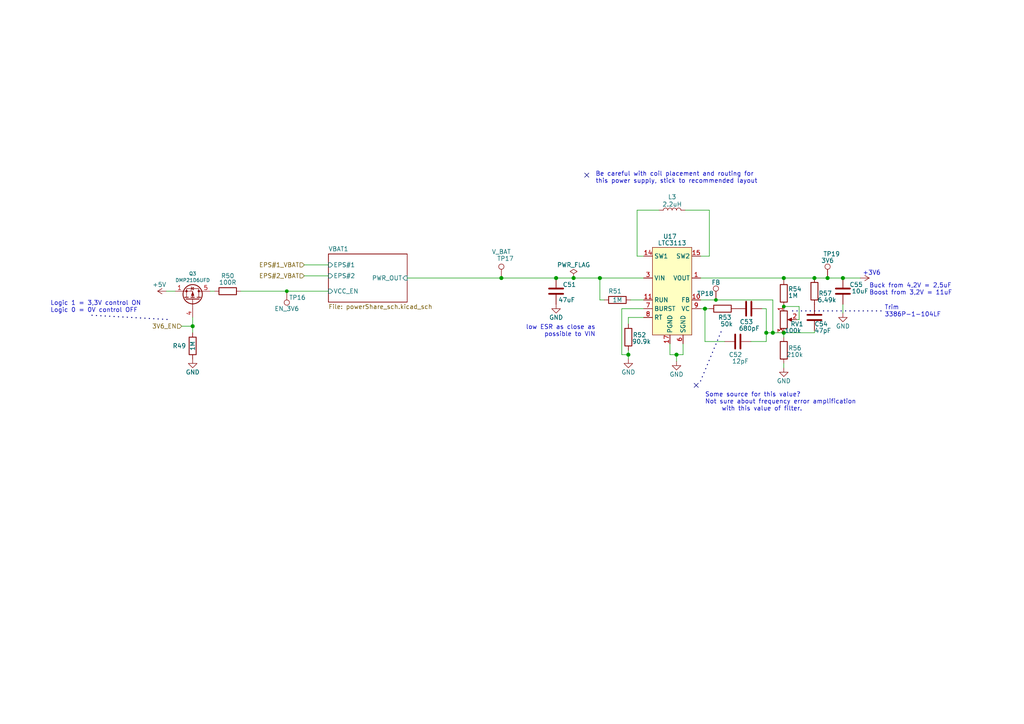
<source format=kicad_sch>
(kicad_sch (version 20211123) (generator eeschema)

  (uuid 93bc236d-3455-443f-8726-2037a6755e8b)

  (paper "A4")

  (lib_symbols
    (symbol "Connector:TestPoint" (pin_numbers hide) (pin_names (offset 0.762) hide) (in_bom yes) (on_board yes)
      (property "Reference" "TP" (id 0) (at 0 6.858 0)
        (effects (font (size 1.27 1.27)))
      )
      (property "Value" "TestPoint" (id 1) (at 0 5.08 0)
        (effects (font (size 1.27 1.27)))
      )
      (property "Footprint" "" (id 2) (at 5.08 0 0)
        (effects (font (size 1.27 1.27)) hide)
      )
      (property "Datasheet" "~" (id 3) (at 5.08 0 0)
        (effects (font (size 1.27 1.27)) hide)
      )
      (property "ki_keywords" "test point tp" (id 4) (at 0 0 0)
        (effects (font (size 1.27 1.27)) hide)
      )
      (property "ki_description" "test point" (id 5) (at 0 0 0)
        (effects (font (size 1.27 1.27)) hide)
      )
      (property "ki_fp_filters" "Pin* Test*" (id 6) (at 0 0 0)
        (effects (font (size 1.27 1.27)) hide)
      )
      (symbol "TestPoint_0_1"
        (circle (center 0 3.302) (radius 0.762)
          (stroke (width 0) (type default) (color 0 0 0 0))
          (fill (type none))
        )
      )
      (symbol "TestPoint_1_1"
        (pin passive line (at 0 0 90) (length 2.54)
          (name "1" (effects (font (size 1.27 1.27))))
          (number "1" (effects (font (size 1.27 1.27))))
        )
      )
    )
    (symbol "Device:C" (pin_numbers hide) (pin_names (offset 0.254)) (in_bom yes) (on_board yes)
      (property "Reference" "C" (id 0) (at 0.635 2.54 0)
        (effects (font (size 1.27 1.27)) (justify left))
      )
      (property "Value" "C" (id 1) (at 0.635 -2.54 0)
        (effects (font (size 1.27 1.27)) (justify left))
      )
      (property "Footprint" "" (id 2) (at 0.9652 -3.81 0)
        (effects (font (size 1.27 1.27)) hide)
      )
      (property "Datasheet" "~" (id 3) (at 0 0 0)
        (effects (font (size 1.27 1.27)) hide)
      )
      (property "ki_keywords" "cap capacitor" (id 4) (at 0 0 0)
        (effects (font (size 1.27 1.27)) hide)
      )
      (property "ki_description" "Unpolarized capacitor" (id 5) (at 0 0 0)
        (effects (font (size 1.27 1.27)) hide)
      )
      (property "ki_fp_filters" "C_*" (id 6) (at 0 0 0)
        (effects (font (size 1.27 1.27)) hide)
      )
      (symbol "C_0_1"
        (polyline
          (pts
            (xy -2.032 -0.762)
            (xy 2.032 -0.762)
          )
          (stroke (width 0.508) (type default) (color 0 0 0 0))
          (fill (type none))
        )
        (polyline
          (pts
            (xy -2.032 0.762)
            (xy 2.032 0.762)
          )
          (stroke (width 0.508) (type default) (color 0 0 0 0))
          (fill (type none))
        )
      )
      (symbol "C_1_1"
        (pin passive line (at 0 3.81 270) (length 2.794)
          (name "~" (effects (font (size 1.27 1.27))))
          (number "1" (effects (font (size 1.27 1.27))))
        )
        (pin passive line (at 0 -3.81 90) (length 2.794)
          (name "~" (effects (font (size 1.27 1.27))))
          (number "2" (effects (font (size 1.27 1.27))))
        )
      )
    )
    (symbol "Device:L" (pin_numbers hide) (pin_names (offset 1.016) hide) (in_bom yes) (on_board yes)
      (property "Reference" "L" (id 0) (at -1.27 0 90)
        (effects (font (size 1.27 1.27)))
      )
      (property "Value" "L" (id 1) (at 1.905 0 90)
        (effects (font (size 1.27 1.27)))
      )
      (property "Footprint" "" (id 2) (at 0 0 0)
        (effects (font (size 1.27 1.27)) hide)
      )
      (property "Datasheet" "~" (id 3) (at 0 0 0)
        (effects (font (size 1.27 1.27)) hide)
      )
      (property "ki_keywords" "inductor choke coil reactor magnetic" (id 4) (at 0 0 0)
        (effects (font (size 1.27 1.27)) hide)
      )
      (property "ki_description" "Inductor" (id 5) (at 0 0 0)
        (effects (font (size 1.27 1.27)) hide)
      )
      (property "ki_fp_filters" "Choke_* *Coil* Inductor_* L_*" (id 6) (at 0 0 0)
        (effects (font (size 1.27 1.27)) hide)
      )
      (symbol "L_0_1"
        (arc (start 0 -2.54) (mid 0.635 -1.905) (end 0 -1.27)
          (stroke (width 0) (type default) (color 0 0 0 0))
          (fill (type none))
        )
        (arc (start 0 -1.27) (mid 0.635 -0.635) (end 0 0)
          (stroke (width 0) (type default) (color 0 0 0 0))
          (fill (type none))
        )
        (arc (start 0 0) (mid 0.635 0.635) (end 0 1.27)
          (stroke (width 0) (type default) (color 0 0 0 0))
          (fill (type none))
        )
        (arc (start 0 1.27) (mid 0.635 1.905) (end 0 2.54)
          (stroke (width 0) (type default) (color 0 0 0 0))
          (fill (type none))
        )
      )
      (symbol "L_1_1"
        (pin passive line (at 0 3.81 270) (length 1.27)
          (name "1" (effects (font (size 1.27 1.27))))
          (number "1" (effects (font (size 1.27 1.27))))
        )
        (pin passive line (at 0 -3.81 90) (length 1.27)
          (name "2" (effects (font (size 1.27 1.27))))
          (number "2" (effects (font (size 1.27 1.27))))
        )
      )
    )
    (symbol "Device:R" (pin_numbers hide) (pin_names (offset 0)) (in_bom yes) (on_board yes)
      (property "Reference" "R" (id 0) (at 2.032 0 90)
        (effects (font (size 1.27 1.27)))
      )
      (property "Value" "R" (id 1) (at 0 0 90)
        (effects (font (size 1.27 1.27)))
      )
      (property "Footprint" "" (id 2) (at -1.778 0 90)
        (effects (font (size 1.27 1.27)) hide)
      )
      (property "Datasheet" "~" (id 3) (at 0 0 0)
        (effects (font (size 1.27 1.27)) hide)
      )
      (property "ki_keywords" "R res resistor" (id 4) (at 0 0 0)
        (effects (font (size 1.27 1.27)) hide)
      )
      (property "ki_description" "Resistor" (id 5) (at 0 0 0)
        (effects (font (size 1.27 1.27)) hide)
      )
      (property "ki_fp_filters" "R_*" (id 6) (at 0 0 0)
        (effects (font (size 1.27 1.27)) hide)
      )
      (symbol "R_0_1"
        (rectangle (start -1.016 -2.54) (end 1.016 2.54)
          (stroke (width 0.254) (type default) (color 0 0 0 0))
          (fill (type none))
        )
      )
      (symbol "R_1_1"
        (pin passive line (at 0 3.81 270) (length 1.27)
          (name "~" (effects (font (size 1.27 1.27))))
          (number "1" (effects (font (size 1.27 1.27))))
        )
        (pin passive line (at 0 -3.81 90) (length 1.27)
          (name "~" (effects (font (size 1.27 1.27))))
          (number "2" (effects (font (size 1.27 1.27))))
        )
      )
    )
    (symbol "Device:R_Potentiometer" (pin_names (offset 1.016) hide) (in_bom yes) (on_board yes)
      (property "Reference" "RV" (id 0) (at -4.445 0 90)
        (effects (font (size 1.27 1.27)))
      )
      (property "Value" "R_Potentiometer" (id 1) (at -2.54 0 90)
        (effects (font (size 1.27 1.27)))
      )
      (property "Footprint" "" (id 2) (at 0 0 0)
        (effects (font (size 1.27 1.27)) hide)
      )
      (property "Datasheet" "~" (id 3) (at 0 0 0)
        (effects (font (size 1.27 1.27)) hide)
      )
      (property "ki_keywords" "resistor variable" (id 4) (at 0 0 0)
        (effects (font (size 1.27 1.27)) hide)
      )
      (property "ki_description" "Potentiometer" (id 5) (at 0 0 0)
        (effects (font (size 1.27 1.27)) hide)
      )
      (property "ki_fp_filters" "Potentiometer*" (id 6) (at 0 0 0)
        (effects (font (size 1.27 1.27)) hide)
      )
      (symbol "R_Potentiometer_0_1"
        (polyline
          (pts
            (xy 2.54 0)
            (xy 1.524 0)
          )
          (stroke (width 0) (type default) (color 0 0 0 0))
          (fill (type none))
        )
        (polyline
          (pts
            (xy 1.143 0)
            (xy 2.286 0.508)
            (xy 2.286 -0.508)
            (xy 1.143 0)
          )
          (stroke (width 0) (type default) (color 0 0 0 0))
          (fill (type outline))
        )
        (rectangle (start 1.016 2.54) (end -1.016 -2.54)
          (stroke (width 0.254) (type default) (color 0 0 0 0))
          (fill (type none))
        )
      )
      (symbol "R_Potentiometer_1_1"
        (pin passive line (at 0 3.81 270) (length 1.27)
          (name "1" (effects (font (size 1.27 1.27))))
          (number "1" (effects (font (size 1.27 1.27))))
        )
        (pin passive line (at 3.81 0 180) (length 1.27)
          (name "2" (effects (font (size 1.27 1.27))))
          (number "2" (effects (font (size 1.27 1.27))))
        )
        (pin passive line (at 0 -3.81 90) (length 1.27)
          (name "3" (effects (font (size 1.27 1.27))))
          (number "3" (effects (font (size 1.27 1.27))))
        )
      )
    )
    (symbol "Transistor_FET:SiS443DN" (pin_names hide) (in_bom yes) (on_board yes)
      (property "Reference" "Q" (id 0) (at 5.08 1.905 0)
        (effects (font (size 1.27 1.27)) (justify left))
      )
      (property "Value" "SiS443DN" (id 1) (at 5.08 0 0)
        (effects (font (size 1.27 1.27)) (justify left))
      )
      (property "Footprint" "Package_SO:Vishay_PowerPAK_1212-8_Single" (id 2) (at 5.08 -1.905 0)
        (effects (font (size 1.27 1.27) italic) (justify left) hide)
      )
      (property "Datasheet" "https://www.vishay.com/docs/63253/sis443dn.pdf" (id 3) (at 0 0 90)
        (effects (font (size 1.27 1.27)) (justify left) hide)
      )
      (property "ki_keywords" "P-Channel MOSFET" (id 4) (at 0 0 0)
        (effects (font (size 1.27 1.27)) hide)
      )
      (property "ki_description" "-35A Id, -40V Vds, P-Channel MOSFET, PowerPAK 1212-8 Single" (id 5) (at 0 0 0)
        (effects (font (size 1.27 1.27)) hide)
      )
      (property "ki_fp_filters" "Vishay*PowerPAK*1212*Single*" (id 6) (at 0 0 0)
        (effects (font (size 1.27 1.27)) hide)
      )
      (symbol "SiS443DN_0_1"
        (polyline
          (pts
            (xy 0.254 0)
            (xy -2.54 0)
          )
          (stroke (width 0) (type default) (color 0 0 0 0))
          (fill (type none))
        )
        (polyline
          (pts
            (xy 0.254 1.905)
            (xy 0.254 -1.905)
          )
          (stroke (width 0.254) (type default) (color 0 0 0 0))
          (fill (type none))
        )
        (polyline
          (pts
            (xy 0.762 -1.27)
            (xy 0.762 -2.286)
          )
          (stroke (width 0.254) (type default) (color 0 0 0 0))
          (fill (type none))
        )
        (polyline
          (pts
            (xy 0.762 0.508)
            (xy 0.762 -0.508)
          )
          (stroke (width 0.254) (type default) (color 0 0 0 0))
          (fill (type none))
        )
        (polyline
          (pts
            (xy 0.762 2.286)
            (xy 0.762 1.27)
          )
          (stroke (width 0.254) (type default) (color 0 0 0 0))
          (fill (type none))
        )
        (polyline
          (pts
            (xy 2.54 2.54)
            (xy 2.54 1.778)
          )
          (stroke (width 0) (type default) (color 0 0 0 0))
          (fill (type none))
        )
        (polyline
          (pts
            (xy 2.54 -2.54)
            (xy 2.54 0)
            (xy 0.762 0)
          )
          (stroke (width 0) (type default) (color 0 0 0 0))
          (fill (type none))
        )
        (polyline
          (pts
            (xy 0.762 1.778)
            (xy 3.302 1.778)
            (xy 3.302 -1.778)
            (xy 0.762 -1.778)
          )
          (stroke (width 0) (type default) (color 0 0 0 0))
          (fill (type none))
        )
        (polyline
          (pts
            (xy 2.286 0)
            (xy 1.27 0.381)
            (xy 1.27 -0.381)
            (xy 2.286 0)
          )
          (stroke (width 0) (type default) (color 0 0 0 0))
          (fill (type outline))
        )
        (polyline
          (pts
            (xy 2.794 -0.508)
            (xy 2.921 -0.381)
            (xy 3.683 -0.381)
            (xy 3.81 -0.254)
          )
          (stroke (width 0) (type default) (color 0 0 0 0))
          (fill (type none))
        )
        (polyline
          (pts
            (xy 3.302 -0.381)
            (xy 2.921 0.254)
            (xy 3.683 0.254)
            (xy 3.302 -0.381)
          )
          (stroke (width 0) (type default) (color 0 0 0 0))
          (fill (type none))
        )
        (circle (center 1.651 0) (radius 2.794)
          (stroke (width 0.254) (type default) (color 0 0 0 0))
          (fill (type none))
        )
        (circle (center 2.54 -1.778) (radius 0.254)
          (stroke (width 0) (type default) (color 0 0 0 0))
          (fill (type outline))
        )
        (circle (center 2.54 1.778) (radius 0.254)
          (stroke (width 0) (type default) (color 0 0 0 0))
          (fill (type outline))
        )
      )
      (symbol "SiS443DN_1_1"
        (pin passive line (at 2.54 -5.08 90) (length 2.54)
          (name "S" (effects (font (size 1.27 1.27))))
          (number "1" (effects (font (size 1.27 1.27))))
        )
        (pin passive line (at 2.54 -5.08 90) (length 2.54) hide
          (name "S" (effects (font (size 1.27 1.27))))
          (number "2" (effects (font (size 1.27 1.27))))
        )
        (pin passive line (at 2.54 -5.08 90) (length 2.54) hide
          (name "S" (effects (font (size 1.27 1.27))))
          (number "3" (effects (font (size 1.27 1.27))))
        )
        (pin passive line (at -5.08 0 0) (length 2.54)
          (name "G" (effects (font (size 1.27 1.27))))
          (number "4" (effects (font (size 1.27 1.27))))
        )
        (pin passive line (at 2.54 5.08 270) (length 2.54)
          (name "D" (effects (font (size 1.27 1.27))))
          (number "5" (effects (font (size 1.27 1.27))))
        )
      )
    )
    (symbol "comm:LTC3113" (in_bom yes) (on_board yes)
      (property "Reference" "U" (id 0) (at 0 17.78 0)
        (effects (font (size 1.27 1.27)))
      )
      (property "Value" "LTC3113" (id 1) (at 0 15.24 0)
        (effects (font (size 1.27 1.27)))
      )
      (property "Footprint" "Package_DFN_QFN:DFN-16-1EP_4x5mm_P0.5mm_EP2.44x4.34mm" (id 2) (at 0 13.97 0)
        (effects (font (size 1.27 1.27)) hide)
      )
      (property "Datasheet" "" (id 3) (at 0 13.97 0)
        (effects (font (size 1.27 1.27)) hide)
      )
      (symbol "LTC3113_0_1"
        (rectangle (start -5.08 11.43) (end 6.35 -13.97)
          (stroke (width 0.1524) (type default) (color 0 0 0 0))
          (fill (type background))
        )
      )
      (symbol "LTC3113_1_1"
        (pin power_out line (at 8.89 2.54 180) (length 2.54)
          (name "VOUT" (effects (font (size 1.27 1.27))))
          (number "1" (effects (font (size 1.27 1.27))))
        )
        (pin input line (at 8.89 -3.81 180) (length 2.54)
          (name "FB" (effects (font (size 1.27 1.27))))
          (number "10" (effects (font (size 1.27 1.27))))
        )
        (pin input line (at -7.62 -3.81 0) (length 2.54)
          (name "RUN" (effects (font (size 1.27 1.27))))
          (number "11" (effects (font (size 1.27 1.27))))
        )
        (pin input line (at -7.62 8.89 0) (length 2.54) hide
          (name "SW1" (effects (font (size 1.27 1.27))))
          (number "12" (effects (font (size 1.27 1.27))))
        )
        (pin input line (at -7.62 8.89 0) (length 2.54) hide
          (name "SW1" (effects (font (size 1.27 1.27))))
          (number "13" (effects (font (size 1.27 1.27))))
        )
        (pin input line (at -7.62 8.89 0) (length 2.54)
          (name "SW1" (effects (font (size 1.27 1.27))))
          (number "14" (effects (font (size 1.27 1.27))))
        )
        (pin input line (at 8.89 8.89 180) (length 2.54)
          (name "SW2" (effects (font (size 1.27 1.27))))
          (number "15" (effects (font (size 1.27 1.27))))
        )
        (pin input line (at 8.89 8.89 180) (length 2.54) hide
          (name "SW2" (effects (font (size 1.27 1.27))))
          (number "16" (effects (font (size 1.27 1.27))))
        )
        (pin power_in line (at 0 -16.51 90) (length 2.54)
          (name "PGND" (effects (font (size 1.27 1.27))))
          (number "17" (effects (font (size 1.27 1.27))))
        )
        (pin passive line (at 8.89 2.54 180) (length 2.54) hide
          (name "VOUT" (effects (font (size 1.27 1.27))))
          (number "2" (effects (font (size 1.27 1.27))))
        )
        (pin power_in line (at -7.62 2.54 0) (length 2.54)
          (name "VIN" (effects (font (size 1.27 1.27))))
          (number "3" (effects (font (size 1.27 1.27))))
        )
        (pin power_in line (at -7.62 2.54 0) (length 2.54) hide
          (name "VIN" (effects (font (size 1.27 1.27))))
          (number "4" (effects (font (size 1.27 1.27))))
        )
        (pin power_in line (at -7.62 2.54 0) (length 2.54) hide
          (name "VIN" (effects (font (size 1.27 1.27))))
          (number "5" (effects (font (size 1.27 1.27))))
        )
        (pin power_in line (at 3.81 -16.51 90) (length 2.54)
          (name "SGND" (effects (font (size 1.27 1.27))))
          (number "6" (effects (font (size 1.27 1.27))))
        )
        (pin input line (at -7.62 -6.35 0) (length 2.54)
          (name "BURST" (effects (font (size 1.27 1.27))))
          (number "7" (effects (font (size 1.27 1.27))))
        )
        (pin input line (at -7.62 -8.89 0) (length 2.54)
          (name "RT" (effects (font (size 1.27 1.27))))
          (number "8" (effects (font (size 1.27 1.27))))
        )
        (pin input line (at 8.89 -6.35 180) (length 2.54)
          (name "VC" (effects (font (size 1.27 1.27))))
          (number "9" (effects (font (size 1.27 1.27))))
        )
      )
    )
    (symbol "power:+3V8" (power) (pin_names (offset 0)) (in_bom yes) (on_board yes)
      (property "Reference" "#PWR" (id 0) (at 0 -3.81 0)
        (effects (font (size 1.27 1.27)) hide)
      )
      (property "Value" "+3V8" (id 1) (at 0 3.556 0)
        (effects (font (size 1.27 1.27)))
      )
      (property "Footprint" "" (id 2) (at 0 0 0)
        (effects (font (size 1.27 1.27)) hide)
      )
      (property "Datasheet" "" (id 3) (at 0 0 0)
        (effects (font (size 1.27 1.27)) hide)
      )
      (property "ki_keywords" "power-flag" (id 4) (at 0 0 0)
        (effects (font (size 1.27 1.27)) hide)
      )
      (property "ki_description" "Power symbol creates a global label with name \"+3V8\"" (id 5) (at 0 0 0)
        (effects (font (size 1.27 1.27)) hide)
      )
      (symbol "+3V8_0_1"
        (polyline
          (pts
            (xy -0.762 1.27)
            (xy 0 2.54)
          )
          (stroke (width 0) (type default) (color 0 0 0 0))
          (fill (type none))
        )
        (polyline
          (pts
            (xy 0 0)
            (xy 0 2.54)
          )
          (stroke (width 0) (type default) (color 0 0 0 0))
          (fill (type none))
        )
        (polyline
          (pts
            (xy 0 2.54)
            (xy 0.762 1.27)
          )
          (stroke (width 0) (type default) (color 0 0 0 0))
          (fill (type none))
        )
      )
      (symbol "+3V8_1_1"
        (pin power_in line (at 0 0 90) (length 0) hide
          (name "+3V8" (effects (font (size 1.27 1.27))))
          (number "1" (effects (font (size 1.27 1.27))))
        )
      )
    )
    (symbol "power:+5V" (power) (pin_names (offset 0)) (in_bom yes) (on_board yes)
      (property "Reference" "#PWR" (id 0) (at 0 -3.81 0)
        (effects (font (size 1.27 1.27)) hide)
      )
      (property "Value" "+5V" (id 1) (at 0 3.556 0)
        (effects (font (size 1.27 1.27)))
      )
      (property "Footprint" "" (id 2) (at 0 0 0)
        (effects (font (size 1.27 1.27)) hide)
      )
      (property "Datasheet" "" (id 3) (at 0 0 0)
        (effects (font (size 1.27 1.27)) hide)
      )
      (property "ki_keywords" "power-flag" (id 4) (at 0 0 0)
        (effects (font (size 1.27 1.27)) hide)
      )
      (property "ki_description" "Power symbol creates a global label with name \"+5V\"" (id 5) (at 0 0 0)
        (effects (font (size 1.27 1.27)) hide)
      )
      (symbol "+5V_0_1"
        (polyline
          (pts
            (xy -0.762 1.27)
            (xy 0 2.54)
          )
          (stroke (width 0) (type default) (color 0 0 0 0))
          (fill (type none))
        )
        (polyline
          (pts
            (xy 0 0)
            (xy 0 2.54)
          )
          (stroke (width 0) (type default) (color 0 0 0 0))
          (fill (type none))
        )
        (polyline
          (pts
            (xy 0 2.54)
            (xy 0.762 1.27)
          )
          (stroke (width 0) (type default) (color 0 0 0 0))
          (fill (type none))
        )
      )
      (symbol "+5V_1_1"
        (pin power_in line (at 0 0 90) (length 0) hide
          (name "+5V" (effects (font (size 1.27 1.27))))
          (number "1" (effects (font (size 1.27 1.27))))
        )
      )
    )
    (symbol "power:GND" (power) (pin_names (offset 0)) (in_bom yes) (on_board yes)
      (property "Reference" "#PWR" (id 0) (at 0 -6.35 0)
        (effects (font (size 1.27 1.27)) hide)
      )
      (property "Value" "GND" (id 1) (at 0 -3.81 0)
        (effects (font (size 1.27 1.27)))
      )
      (property "Footprint" "" (id 2) (at 0 0 0)
        (effects (font (size 1.27 1.27)) hide)
      )
      (property "Datasheet" "" (id 3) (at 0 0 0)
        (effects (font (size 1.27 1.27)) hide)
      )
      (property "ki_keywords" "power-flag" (id 4) (at 0 0 0)
        (effects (font (size 1.27 1.27)) hide)
      )
      (property "ki_description" "Power symbol creates a global label with name \"GND\" , ground" (id 5) (at 0 0 0)
        (effects (font (size 1.27 1.27)) hide)
      )
      (symbol "GND_0_1"
        (polyline
          (pts
            (xy 0 0)
            (xy 0 -1.27)
            (xy 1.27 -1.27)
            (xy 0 -2.54)
            (xy -1.27 -1.27)
            (xy 0 -1.27)
          )
          (stroke (width 0) (type default) (color 0 0 0 0))
          (fill (type none))
        )
      )
      (symbol "GND_1_1"
        (pin power_in line (at 0 0 270) (length 0) hide
          (name "GND" (effects (font (size 1.27 1.27))))
          (number "1" (effects (font (size 1.27 1.27))))
        )
      )
    )
    (symbol "power:PWR_FLAG" (power) (pin_numbers hide) (pin_names (offset 0) hide) (in_bom yes) (on_board yes)
      (property "Reference" "#FLG" (id 0) (at 0 1.905 0)
        (effects (font (size 1.27 1.27)) hide)
      )
      (property "Value" "PWR_FLAG" (id 1) (at 0 3.81 0)
        (effects (font (size 1.27 1.27)))
      )
      (property "Footprint" "" (id 2) (at 0 0 0)
        (effects (font (size 1.27 1.27)) hide)
      )
      (property "Datasheet" "~" (id 3) (at 0 0 0)
        (effects (font (size 1.27 1.27)) hide)
      )
      (property "ki_keywords" "power-flag" (id 4) (at 0 0 0)
        (effects (font (size 1.27 1.27)) hide)
      )
      (property "ki_description" "Special symbol for telling ERC where power comes from" (id 5) (at 0 0 0)
        (effects (font (size 1.27 1.27)) hide)
      )
      (symbol "PWR_FLAG_0_0"
        (pin power_out line (at 0 0 90) (length 0)
          (name "pwr" (effects (font (size 1.27 1.27))))
          (number "1" (effects (font (size 1.27 1.27))))
        )
      )
      (symbol "PWR_FLAG_0_1"
        (polyline
          (pts
            (xy 0 0)
            (xy 0 1.27)
            (xy -1.016 1.905)
            (xy 0 2.54)
            (xy 1.016 1.905)
            (xy 0 1.27)
          )
          (stroke (width 0) (type default) (color 0 0 0 0))
          (fill (type none))
        )
      )
    )
  )

  (junction (at 224.155 96.52) (diameter 1.016) (color 0 0 0 0)
    (uuid 10466cba-b45a-4266-a3b7-e58a54c85068)
  )
  (junction (at 166.37 80.645) (diameter 1.016) (color 0 0 0 0)
    (uuid 223b1bf5-aeb0-4409-ae26-7a05947090b1)
  )
  (junction (at 173.99 80.645) (diameter 1.016) (color 0 0 0 0)
    (uuid 2bd8e8f1-1a24-4dbc-9d3e-02ec45243012)
  )
  (junction (at 196.215 102.87) (diameter 1.016) (color 0 0 0 0)
    (uuid 3230db71-e343-4ca7-bfe8-9565703f0c4c)
  )
  (junction (at 244.475 80.645) (diameter 1.016) (color 0 0 0 0)
    (uuid 3b5c237f-d7d6-49ed-b03e-6a11bbbe8b45)
  )
  (junction (at 204.47 89.535) (diameter 1.016) (color 0 0 0 0)
    (uuid 3eade326-98e9-4f73-9969-c3de1dd20284)
  )
  (junction (at 145.415 80.645) (diameter 1.016) (color 0 0 0 0)
    (uuid 47033c75-f09c-4ea5-aeb3-c219d9891cc7)
  )
  (junction (at 161.29 80.645) (diameter 1.016) (color 0 0 0 0)
    (uuid 5d65aa66-ef4c-4c39-9d61-47de6dffabb0)
  )
  (junction (at 240.03 80.645) (diameter 1.016) (color 0 0 0 0)
    (uuid 608b1311-8621-40a7-be19-36f27fed020a)
  )
  (junction (at 182.245 102.87) (diameter 1.016) (color 0 0 0 0)
    (uuid 81fa679c-a92a-4d03-8dba-7b7ddbe3b862)
  )
  (junction (at 83.185 84.455) (diameter 0) (color 0 0 0 0)
    (uuid 963db081-7044-4f92-a766-1f2daf76bf28)
  )
  (junction (at 207.645 86.995) (diameter 0) (color 0 0 0 0)
    (uuid acc30a2b-a69f-472c-9bf1-45108a7cda82)
  )
  (junction (at 236.22 80.645) (diameter 1.016) (color 0 0 0 0)
    (uuid b282f0ec-ccbe-4072-9792-7cf3291c0003)
  )
  (junction (at 222.25 96.52) (diameter 1.016) (color 0 0 0 0)
    (uuid c424557c-de60-43fc-9d3b-22dc03bfab6a)
  )
  (junction (at 227.33 96.52) (diameter 1.016) (color 0 0 0 0)
    (uuid c9fd8097-4fd2-4bf4-ae2b-c6dd4fdd0ad6)
  )
  (junction (at 55.88 94.615) (diameter 1.016) (color 0 0 0 0)
    (uuid d10ed321-fe4a-4b2e-8c4a-eae42c56c9ad)
  )
  (junction (at 227.33 80.645) (diameter 1.016) (color 0 0 0 0)
    (uuid e85479a1-246b-4094-ab2f-e2441217b8b6)
  )
  (junction (at 227.33 88.9) (diameter 0) (color 0 0 0 0)
    (uuid ee58b9e2-2293-4041-98ac-b810e072ff5d)
  )

  (no_connect (at 201.93 111.76) (uuid 13f97320-83d6-4461-b67a-c35bdaa69c24))
  (no_connect (at 170.18 50.8) (uuid 82e5ea2d-acde-40d4-b80d-7e85e848f6e3))

  (wire (pts (xy 196.215 102.87) (xy 198.12 102.87))
    (stroke (width 0) (type solid) (color 0 0 0 0))
    (uuid 049ea278-d5c7-4e32-916b-093e4d58b878)
  )
  (wire (pts (xy 95.25 76.835) (xy 88.265 76.835))
    (stroke (width 0) (type solid) (color 0 0 0 0))
    (uuid 0cceca1d-8f92-4069-96bd-f4c6a84bcb3f)
  )
  (wire (pts (xy 227.33 96.52) (xy 227.33 97.79))
    (stroke (width 0) (type solid) (color 0 0 0 0))
    (uuid 17506401-c505-4b8a-8c02-9c0a9283390f)
  )
  (wire (pts (xy 203.2 89.535) (xy 204.47 89.535))
    (stroke (width 0) (type solid) (color 0 0 0 0))
    (uuid 1879e5ff-bbb2-48ee-9149-b6be2b6c0c85)
  )
  (wire (pts (xy 182.245 102.87) (xy 182.245 104.14))
    (stroke (width 0) (type solid) (color 0 0 0 0))
    (uuid 19d12a1e-1a98-4e63-9f10-bf330392bc16)
  )
  (wire (pts (xy 227.33 96.52) (xy 236.22 96.52))
    (stroke (width 0) (type solid) (color 0 0 0 0))
    (uuid 1f07c9e6-a716-4ecb-9330-f0a8ddd49180)
  )
  (wire (pts (xy 161.29 80.645) (xy 166.37 80.645))
    (stroke (width 0) (type solid) (color 0 0 0 0))
    (uuid 261ceb10-a1c0-41ec-8894-558a20ffb8c1)
  )
  (wire (pts (xy 207.645 86.995) (xy 224.155 86.995))
    (stroke (width 0) (type solid) (color 0 0 0 0))
    (uuid 29d4a5ba-e8d6-4e1b-9390-901b6f64301c)
  )
  (wire (pts (xy 244.475 80.645) (xy 249.555 80.645))
    (stroke (width 0) (type solid) (color 0 0 0 0))
    (uuid 2b2377eb-49e0-4750-84ae-f21878c46e40)
  )
  (wire (pts (xy 186.69 89.535) (xy 180.34 89.535))
    (stroke (width 0) (type solid) (color 0 0 0 0))
    (uuid 321607d5-b090-4bc8-992a-daec1a7f8c2b)
  )
  (wire (pts (xy 88.265 80.01) (xy 95.25 80.01))
    (stroke (width 0) (type solid) (color 0 0 0 0))
    (uuid 360966c0-f32c-4c6f-94af-b320c03fc2d4)
  )
  (wire (pts (xy 198.12 99.695) (xy 198.12 102.87))
    (stroke (width 0) (type solid) (color 0 0 0 0))
    (uuid 3d4f22c4-470e-4541-bfff-737bb016921f)
  )
  (wire (pts (xy 182.88 86.995) (xy 186.69 86.995))
    (stroke (width 0) (type solid) (color 0 0 0 0))
    (uuid 412eb61d-0d49-4d84-9f20-a88eb8f1ddb1)
  )
  (wire (pts (xy 222.25 96.52) (xy 224.155 96.52))
    (stroke (width 0) (type solid) (color 0 0 0 0))
    (uuid 4a39c9a4-e72c-44f7-9917-b0725be10659)
  )
  (wire (pts (xy 210.185 99.06) (xy 204.47 99.06))
    (stroke (width 0) (type solid) (color 0 0 0 0))
    (uuid 5462e273-4610-4de9-bc3b-fa2760ac4fe7)
  )
  (wire (pts (xy 203.2 74.295) (xy 205.74 74.295))
    (stroke (width 0) (type solid) (color 0 0 0 0))
    (uuid 6082495c-64e5-4c52-ba04-b3834667a4e9)
  )
  (wire (pts (xy 50.8 84.455) (xy 48.26 84.455))
    (stroke (width 0) (type solid) (color 0 0 0 0))
    (uuid 60848de1-69c0-4161-83fc-4aeb21d0d129)
  )
  (wire (pts (xy 55.88 94.615) (xy 52.705 94.615))
    (stroke (width 0) (type solid) (color 0 0 0 0))
    (uuid 611ff46a-b112-4aa3-8e27-d53494f808b1)
  )
  (wire (pts (xy 224.155 96.52) (xy 227.33 96.52))
    (stroke (width 0) (type solid) (color 0 0 0 0))
    (uuid 612c567d-8f57-44da-91fa-f51e41f01983)
  )
  (wire (pts (xy 205.74 60.96) (xy 198.755 60.96))
    (stroke (width 0) (type solid) (color 0 0 0 0))
    (uuid 6219dc51-ab9e-4a9f-acd6-d2d06cfdf3d5)
  )
  (wire (pts (xy 204.47 89.535) (xy 205.74 89.535))
    (stroke (width 0) (type solid) (color 0 0 0 0))
    (uuid 63d92c6a-d643-489a-b610-46877a1df092)
  )
  (wire (pts (xy 204.47 89.535) (xy 204.47 99.06))
    (stroke (width 0) (type solid) (color 0 0 0 0))
    (uuid 64851761-36dd-45cf-82a8-11f68125ab59)
  )
  (wire (pts (xy 231.775 92.71) (xy 231.775 88.9))
    (stroke (width 0) (type default) (color 0 0 0 0))
    (uuid 6ac946e7-b92f-4da2-acc4-fd3c339c4891)
  )
  (wire (pts (xy 62.23 84.455) (xy 60.96 84.455))
    (stroke (width 0) (type solid) (color 0 0 0 0))
    (uuid 71fbfe10-f0d9-4ae5-bb3d-801d074db196)
  )
  (wire (pts (xy 227.33 80.645) (xy 236.22 80.645))
    (stroke (width 0) (type solid) (color 0 0 0 0))
    (uuid 725bac89-d139-4a83-8c1a-9af707195196)
  )
  (wire (pts (xy 182.245 93.98) (xy 182.245 92.075))
    (stroke (width 0) (type solid) (color 0 0 0 0))
    (uuid 7f50fdac-0d80-4715-8667-dc57a0ec19d4)
  )
  (wire (pts (xy 182.245 101.6) (xy 182.245 102.87))
    (stroke (width 0) (type solid) (color 0 0 0 0))
    (uuid 81831b8a-5454-47d8-a047-e60a79872195)
  )
  (wire (pts (xy 227.33 80.645) (xy 227.33 81.28))
    (stroke (width 0) (type solid) (color 0 0 0 0))
    (uuid 8c60b43a-9084-41a3-8680-dc43d33c20b4)
  )
  (wire (pts (xy 180.34 89.535) (xy 180.34 102.87))
    (stroke (width 0) (type solid) (color 0 0 0 0))
    (uuid 90a60d6e-efdd-4b21-a7bd-6e454a96062a)
  )
  (wire (pts (xy 205.74 60.96) (xy 205.74 74.295))
    (stroke (width 0) (type solid) (color 0 0 0 0))
    (uuid 95475eda-4b01-4b5b-bb59-e47c2002372f)
  )
  (wire (pts (xy 173.99 80.645) (xy 186.69 80.645))
    (stroke (width 0) (type solid) (color 0 0 0 0))
    (uuid 997b3398-f886-40f4-a451-ee5852abda52)
  )
  (wire (pts (xy 236.22 96.52) (xy 236.22 95.885))
    (stroke (width 0) (type solid) (color 0 0 0 0))
    (uuid 9b74c266-6cc9-49fd-b629-2a76c0e78f43)
  )
  (wire (pts (xy 194.31 102.87) (xy 196.215 102.87))
    (stroke (width 0) (type solid) (color 0 0 0 0))
    (uuid 9b895b0b-60ec-4a22-8dba-3efd8a7857fb)
  )
  (wire (pts (xy 175.26 86.995) (xy 173.99 86.995))
    (stroke (width 0) (type solid) (color 0 0 0 0))
    (uuid 9efc73c0-34c9-4aed-b429-650b825e584b)
  )
  (wire (pts (xy 184.785 60.96) (xy 184.785 74.295))
    (stroke (width 0) (type solid) (color 0 0 0 0))
    (uuid a7c9a12c-2a91-4e13-97b5-b910bc8454b4)
  )
  (wire (pts (xy 231.14 92.71) (xy 231.775 92.71))
    (stroke (width 0) (type default) (color 0 0 0 0))
    (uuid b0c48fa2-a6ca-4250-b8ac-f3144e428545)
  )
  (wire (pts (xy 182.245 92.075) (xy 186.69 92.075))
    (stroke (width 0) (type solid) (color 0 0 0 0))
    (uuid b1e97b70-6241-4b20-bb40-6c175be07d40)
  )
  (wire (pts (xy 118.11 80.645) (xy 145.415 80.645))
    (stroke (width 0) (type solid) (color 0 0 0 0))
    (uuid b2742f2a-3867-4be4-a359-fdc03dada4ad)
  )
  (wire (pts (xy 145.415 80.645) (xy 161.29 80.645))
    (stroke (width 0) (type solid) (color 0 0 0 0))
    (uuid b2742f2a-3867-4be4-a359-fdc03dada4ae)
  )
  (bus (pts (xy 229.87 90.17) (xy 256.54 90.17))
    (stroke (width 0) (type dot) (color 0 0 0 0))
    (uuid b2d21548-a3ac-4a22-9152-92c62926a9fa)
  )

  (wire (pts (xy 69.85 84.455) (xy 83.185 84.455))
    (stroke (width 0) (type solid) (color 0 0 0 0))
    (uuid b6a3e3d7-bc8f-488e-8493-f1a588592b83)
  )
  (wire (pts (xy 203.2 86.995) (xy 207.645 86.995))
    (stroke (width 0) (type solid) (color 0 0 0 0))
    (uuid b8217ba2-4bd0-498e-b843-14ef4ecceda5)
  )
  (wire (pts (xy 180.34 102.87) (xy 182.245 102.87))
    (stroke (width 0) (type solid) (color 0 0 0 0))
    (uuid ba3c010b-16f2-45af-b2b1-ac489a2ff3ef)
  )
  (wire (pts (xy 227.33 105.41) (xy 227.33 106.68))
    (stroke (width 0) (type solid) (color 0 0 0 0))
    (uuid bd0b79be-639a-4ad6-a2f3-2437234f84fc)
  )
  (wire (pts (xy 55.88 94.615) (xy 55.88 96.52))
    (stroke (width 0) (type solid) (color 0 0 0 0))
    (uuid bf309b41-700b-4cf2-9b8d-0d85c6117e1f)
  )
  (wire (pts (xy 194.31 99.695) (xy 194.31 102.87))
    (stroke (width 0) (type solid) (color 0 0 0 0))
    (uuid c38b5d77-12ea-4dd3-a7ce-532ef972a55d)
  )
  (wire (pts (xy 227.33 88.9) (xy 231.775 88.9))
    (stroke (width 0) (type default) (color 0 0 0 0))
    (uuid c488471f-7dcf-49ec-83fd-f782ebf4dab9)
  )
  (wire (pts (xy 222.25 89.535) (xy 222.25 96.52))
    (stroke (width 0) (type solid) (color 0 0 0 0))
    (uuid c5dc042e-4cdc-45d1-934d-e10a7935a146)
  )
  (wire (pts (xy 224.155 86.995) (xy 224.155 96.52))
    (stroke (width 0) (type solid) (color 0 0 0 0))
    (uuid c74bcb29-c9d9-4b5e-92e3-c2c531c69999)
  )
  (wire (pts (xy 166.37 80.645) (xy 173.99 80.645))
    (stroke (width 0) (type solid) (color 0 0 0 0))
    (uuid c7625d30-f230-426f-93bf-81ce31181ec4)
  )
  (bus (pts (xy 26.67 91.44) (xy 49.53 92.71))
    (stroke (width 0) (type dot) (color 0 0 0 0))
    (uuid c7a81980-bb6d-46b4-a8bd-da07bb3c1015)
  )

  (wire (pts (xy 83.185 84.455) (xy 95.25 84.455))
    (stroke (width 0) (type solid) (color 0 0 0 0))
    (uuid c9f2d6de-b63c-40ac-8f21-2db700cb8ad6)
  )
  (wire (pts (xy 186.69 74.295) (xy 184.785 74.295))
    (stroke (width 0) (type solid) (color 0 0 0 0))
    (uuid d288116c-547f-4a32-b3d8-19b7fd73373c)
  )
  (wire (pts (xy 244.475 88.265) (xy 244.475 90.805))
    (stroke (width 0) (type solid) (color 0 0 0 0))
    (uuid d5abcbc9-3649-4db1-a5c3-6acba25ce183)
  )
  (wire (pts (xy 203.2 80.645) (xy 227.33 80.645))
    (stroke (width 0) (type solid) (color 0 0 0 0))
    (uuid d912ce47-8d07-4b9f-8ac9-355eb78207fb)
  )
  (bus (pts (xy 203.2 110.49) (xy 209.55 95.25))
    (stroke (width 0) (type dot) (color 0 0 0 0))
    (uuid d99a137c-4e94-4bb3-af5b-1cd631ee4038)
  )

  (wire (pts (xy 222.25 96.52) (xy 222.25 99.06))
    (stroke (width 0) (type solid) (color 0 0 0 0))
    (uuid de6087b2-e236-4764-bbd3-27ef6c3e7ed9)
  )
  (wire (pts (xy 236.22 80.645) (xy 240.03 80.645))
    (stroke (width 0) (type solid) (color 0 0 0 0))
    (uuid def32d6e-19da-4774-8783-c8db343f821c)
  )
  (wire (pts (xy 240.03 80.645) (xy 244.475 80.645))
    (stroke (width 0) (type solid) (color 0 0 0 0))
    (uuid def32d6e-19da-4774-8783-c8db343f821d)
  )
  (wire (pts (xy 55.88 92.075) (xy 55.88 94.615))
    (stroke (width 0) (type solid) (color 0 0 0 0))
    (uuid dfa996f8-aac8-483b-b844-24939524abbd)
  )
  (wire (pts (xy 196.215 102.87) (xy 196.215 104.775))
    (stroke (width 0) (type solid) (color 0 0 0 0))
    (uuid e35d64a4-6669-471d-af6b-94bb2a366887)
  )
  (wire (pts (xy 184.785 60.96) (xy 191.135 60.96))
    (stroke (width 0) (type solid) (color 0 0 0 0))
    (uuid e68831d5-f82f-4a67-a937-551a87bd7def)
  )
  (wire (pts (xy 220.98 89.535) (xy 222.25 89.535))
    (stroke (width 0) (type solid) (color 0 0 0 0))
    (uuid ea9c0586-bc11-428d-9921-1d143f0b48d6)
  )
  (wire (pts (xy 217.805 99.06) (xy 222.25 99.06))
    (stroke (width 0) (type solid) (color 0 0 0 0))
    (uuid ec1e53e8-9583-4668-ab11-b593c03c49ee)
  )
  (wire (pts (xy 173.99 80.645) (xy 173.99 86.995))
    (stroke (width 0) (type solid) (color 0 0 0 0))
    (uuid fc086cd3-1b59-4e1d-945b-aaa2d55fcf8a)
  )

  (text "Be careful with coil placement and routing for\nthis power supply, stick to recommended layout"
    (at 172.72 53.34 0)
    (effects (font (size 1.27 1.27)) (justify left bottom))
    (uuid 187ca0e5-c377-46cd-b99e-4a9ada493a30)
  )
  (text "+3V6" (at 250.19 80.01 0)
    (effects (font (size 1.27 1.27)) (justify left bottom))
    (uuid 1ab99666-2754-4e03-a7fb-1d935cf15685)
  )
  (text "Some source for this value?\nNot sure about frequency error amplification\n	with this value of filter."
    (at 204.47 119.38 0)
    (effects (font (size 1.27 1.27)) (justify left bottom))
    (uuid 30b9fc25-70d0-4f49-87e8-b2653e234c64)
  )
  (text "Logic 1 = 3,3V control ON\nLogic 0 = 0V control OFF\n"
    (at 14.605 90.805 0)
    (effects (font (size 1.27 1.27)) (justify left bottom))
    (uuid 5e513b3c-fd2e-40c3-b053-43313a9ab6f9)
  )
  (text "Buck from 4,2V = 2,5uF\nBoost from 3,2V = 11uF" (at 252.095 85.725 0)
    (effects (font (size 1.27 1.27)) (justify left bottom))
    (uuid a91064c2-b352-44fd-b9cf-6162517e67c7)
  )
  (text "Trim\n3386P-1-104LF" (at 256.54 92.075 0)
    (effects (font (size 1.27 1.27)) (justify left bottom))
    (uuid b38c8171-cd7b-4d0f-812b-325e7de96f79)
  )
  (text "low ESR as close as\npossible to VIN\n" (at 172.72 97.79 180)
    (effects (font (size 1.27 1.27)) (justify right bottom))
    (uuid e85887f4-0ced-4173-9c97-81e8392e3ff9)
  )

  (hierarchical_label "3V6_EN" (shape input) (at 52.705 94.615 180)
    (effects (font (size 1.27 1.27)) (justify right))
    (uuid 3d4c4a4e-95cc-4e2a-bec4-1456fd53e32e)
  )
  (hierarchical_label "EPS#1_VBAT" (shape input) (at 88.265 76.835 180)
    (effects (font (size 1.27 1.27)) (justify right))
    (uuid 42d0da7f-3f70-4b53-b973-f805ca2d7440)
  )
  (hierarchical_label "EPS#2_VBAT" (shape input) (at 88.265 80.01 180)
    (effects (font (size 1.27 1.27)) (justify right))
    (uuid c4bd51d6-737c-4737-b561-f035d8a6d4fd)
  )

  (symbol (lib_id "Device:R_Potentiometer") (at 227.33 92.71 0) (unit 1)
    (in_bom yes) (on_board yes)
    (uuid 0e1e56bd-eab5-4d6b-b4c5-561f3b0b401e)
    (property "Reference" "RV1" (id 0) (at 233.045 93.98 0)
      (effects (font (size 1.27 1.27)) (justify right))
    )
    (property "Value" "100k" (id 1) (at 232.41 95.885 0)
      (effects (font (size 1.27 1.27)) (justify right))
    )
    (property "Footprint" "Potentiometer_THT:Potentiometer_Vishay_T73YP_Vertical" (id 2) (at 227.33 92.71 0)
      (effects (font (size 1.27 1.27)) hide)
    )
    (property "Datasheet" "~" (id 3) (at 227.33 92.71 0)
      (effects (font (size 1.27 1.27)) hide)
    )
    (pin "1" (uuid 72e184ec-98fe-4448-9500-960f78c05658))
    (pin "2" (uuid ff49acfa-b76c-459f-be12-bd25c641a289))
    (pin "3" (uuid e3ddf9f4-05ba-4979-b993-af61fd140977))
  )

  (symbol (lib_id "Device:C") (at 161.29 84.455 0) (unit 1)
    (in_bom yes) (on_board yes)
    (uuid 1264a417-0675-47bb-a8af-7a9154520548)
    (property "Reference" "C51" (id 0) (at 163.195 82.5499 0)
      (effects (font (size 1.27 1.27)) (justify left))
    )
    (property "Value" "47uF" (id 1) (at 161.925 86.995 0)
      (effects (font (size 1.27 1.27)) (justify left))
    )
    (property "Footprint" "Capacitor_SMD:C_0603_1608Metric" (id 2) (at 162.2552 88.265 0)
      (effects (font (size 1.27 1.27)) hide)
    )
    (property "Datasheet" "~" (id 3) (at 161.29 84.455 0)
      (effects (font (size 1.27 1.27)) hide)
    )
    (pin "1" (uuid b995c13f-56f8-47fe-9bb9-4342a7adfe82))
    (pin "2" (uuid 7ceda713-da81-4d6b-8846-ee3054553385))
  )

  (symbol (lib_id "power:GND") (at 227.33 106.68 0) (unit 1)
    (in_bom yes) (on_board yes) (fields_autoplaced)
    (uuid 34f1d719-3b71-4151-8ccf-e8f6c48b5690)
    (property "Reference" "#PWR0166" (id 0) (at 227.33 113.03 0)
      (effects (font (size 1.27 1.27)) hide)
    )
    (property "Value" "GND" (id 1) (at 227.33 110.49 0))
    (property "Footprint" "" (id 2) (at 227.33 106.68 0)
      (effects (font (size 1.27 1.27)) hide)
    )
    (property "Datasheet" "" (id 3) (at 227.33 106.68 0)
      (effects (font (size 1.27 1.27)) hide)
    )
    (pin "1" (uuid ec4f07d0-c9fe-460d-884e-253d96eda376))
  )

  (symbol (lib_id "Device:R") (at 227.33 101.6 0) (unit 1)
    (in_bom yes) (on_board yes)
    (uuid 38a6c186-ef40-46a3-a50d-838c0d782105)
    (property "Reference" "R56" (id 0) (at 228.6 100.9649 0)
      (effects (font (size 1.27 1.27)) (justify left))
    )
    (property "Value" "210k" (id 1) (at 230.505 102.87 0))
    (property "Footprint" "Inductor_SMD:L_0603_1608Metric" (id 2) (at 225.552 101.6 90)
      (effects (font (size 1.27 1.27)) hide)
    )
    (property "Datasheet" "~" (id 3) (at 227.33 101.6 0)
      (effects (font (size 1.27 1.27)) hide)
    )
    (pin "1" (uuid 890da954-1846-495d-b2c4-db3b2b2acac7))
    (pin "2" (uuid 7c155efc-5d3f-4bea-b8d2-713942d45e8f))
  )

  (symbol (lib_id "Device:R") (at 236.22 84.455 180) (unit 1)
    (in_bom yes) (on_board yes)
    (uuid 3f4bfaf3-e00f-4a9e-b244-186f306cbece)
    (property "Reference" "R57" (id 0) (at 241.2999 85.09 0)
      (effects (font (size 1.27 1.27)) (justify left))
    )
    (property "Value" "6.49k" (id 1) (at 242.5699 86.995 0)
      (effects (font (size 1.27 1.27)) (justify left))
    )
    (property "Footprint" "Inductor_SMD:L_0603_1608Metric" (id 2) (at 237.998 84.455 90)
      (effects (font (size 1.27 1.27)) hide)
    )
    (property "Datasheet" "~" (id 3) (at 236.22 84.455 0)
      (effects (font (size 1.27 1.27)) hide)
    )
    (pin "1" (uuid 4432026b-3f9e-4411-8cbe-bfd23dcc998d))
    (pin "2" (uuid 11a2c178-997b-4d34-b980-a6adbb310670))
  )

  (symbol (lib_id "Device:R") (at 227.33 85.09 0) (unit 1)
    (in_bom yes) (on_board yes)
    (uuid 4185b30a-064b-4358-8db7-3a3f60bdc219)
    (property "Reference" "R54" (id 0) (at 228.6 83.8199 0)
      (effects (font (size 1.27 1.27)) (justify left))
    )
    (property "Value" "1M" (id 1) (at 228.6 85.7249 0)
      (effects (font (size 1.27 1.27)) (justify left))
    )
    (property "Footprint" "Inductor_SMD:L_0603_1608Metric" (id 2) (at 225.552 85.09 90)
      (effects (font (size 1.27 1.27)) hide)
    )
    (property "Datasheet" "~" (id 3) (at 227.33 85.09 0)
      (effects (font (size 1.27 1.27)) hide)
    )
    (pin "1" (uuid 20798154-a42f-4a7e-ac16-2a1b27686b8e))
    (pin "2" (uuid b0143d92-c072-4f1e-99e9-fb0cee4d30ca))
  )

  (symbol (lib_id "Connector:TestPoint") (at 145.415 80.645 0) (unit 1)
    (in_bom yes) (on_board yes)
    (uuid 4db093e3-b194-40a9-987a-1e48c698f5f0)
    (property "Reference" "TP17" (id 0) (at 144.145 74.9934 0)
      (effects (font (size 1.27 1.27)) (justify left))
    )
    (property "Value" "V_BAT" (id 1) (at 145.415 73.025 0))
    (property "Footprint" "" (id 2) (at 150.495 80.645 0)
      (effects (font (size 1.27 1.27)) hide)
    )
    (property "Datasheet" "~" (id 3) (at 150.495 80.645 0)
      (effects (font (size 1.27 1.27)) hide)
    )
    (pin "1" (uuid d299a97e-145a-4bac-82b4-f9ab8f9ed2f2))
  )

  (symbol (lib_id "power:PWR_FLAG") (at 166.37 80.645 0) (unit 1)
    (in_bom yes) (on_board yes) (fields_autoplaced)
    (uuid 4ee37817-841f-4d1f-84ee-43ece8213a6f)
    (property "Reference" "#FLG0106" (id 0) (at 166.37 78.74 0)
      (effects (font (size 1.27 1.27)) hide)
    )
    (property "Value" "PWR_FLAG" (id 1) (at 166.37 76.835 0))
    (property "Footprint" "" (id 2) (at 166.37 80.645 0)
      (effects (font (size 1.27 1.27)) hide)
    )
    (property "Datasheet" "~" (id 3) (at 166.37 80.645 0)
      (effects (font (size 1.27 1.27)) hide)
    )
    (pin "1" (uuid 68e0eb57-f1c5-4c87-9ff4-e8cbc148bfd3))
  )

  (symbol (lib_id "Device:R") (at 209.55 89.535 270) (unit 1)
    (in_bom yes) (on_board yes)
    (uuid 59bfe403-18b1-47d5-9f7b-cd0755bbff3d)
    (property "Reference" "R53" (id 0) (at 208.28 92.0751 90)
      (effects (font (size 1.27 1.27)) (justify left))
    )
    (property "Value" "50k" (id 1) (at 208.915 93.98 90)
      (effects (font (size 1.27 1.27)) (justify left))
    )
    (property "Footprint" "Inductor_SMD:L_0603_1608Metric" (id 2) (at 209.55 87.757 90)
      (effects (font (size 1.27 1.27)) hide)
    )
    (property "Datasheet" "~" (id 3) (at 209.55 89.535 0)
      (effects (font (size 1.27 1.27)) hide)
    )
    (pin "1" (uuid 1b2a4125-ef34-43cb-b9b4-eceb0ec6ef06))
    (pin "2" (uuid abaaf67d-1ecd-4876-9aee-219729504cd8))
  )

  (symbol (lib_id "Device:L") (at 194.945 60.96 90) (unit 1)
    (in_bom yes) (on_board yes)
    (uuid 61f36391-26bc-4f7f-8997-fb429ccd5c44)
    (property "Reference" "L3" (id 0) (at 194.945 57.1204 90))
    (property "Value" "2.2uH" (id 1) (at 194.945 59.2605 90))
    (property "Footprint" "Inductor_SMD:L_0603_1608Metric" (id 2) (at 194.945 60.96 0)
      (effects (font (size 1.27 1.27)) hide)
    )
    (property "Datasheet" "~" (id 3) (at 194.945 60.96 0)
      (effects (font (size 1.27 1.27)) hide)
    )
    (pin "1" (uuid afd50532-120f-4d6c-9979-bf4b18c88dae))
    (pin "2" (uuid 5996215e-365e-47a0-9484-67e15fbc88b2))
  )

  (symbol (lib_id "power:+5V") (at 48.26 84.455 90) (mirror x) (unit 1)
    (in_bom yes) (on_board yes)
    (uuid 677844b0-7849-41a7-bbb5-70a5b0428003)
    (property "Reference" "#PWR0163" (id 0) (at 52.07 84.455 0)
      (effects (font (size 1.27 1.27)) hide)
    )
    (property "Value" "+5V" (id 1) (at 48.26 82.5499 90)
      (effects (font (size 1.27 1.27)) (justify left))
    )
    (property "Footprint" "" (id 2) (at 48.26 84.455 0)
      (effects (font (size 1.27 1.27)) hide)
    )
    (property "Datasheet" "" (id 3) (at 48.26 84.455 0)
      (effects (font (size 1.27 1.27)) hide)
    )
    (pin "1" (uuid 8c5b5451-274e-4af6-a6c2-b4badb352309))
  )

  (symbol (lib_id "power:GND") (at 161.29 88.265 0) (unit 1)
    (in_bom yes) (on_board yes) (fields_autoplaced)
    (uuid 6f4e5c80-9a62-481f-8cac-8902784bc0ee)
    (property "Reference" "#PWR0165" (id 0) (at 161.29 94.615 0)
      (effects (font (size 1.27 1.27)) hide)
    )
    (property "Value" "GND" (id 1) (at 161.29 92.075 0))
    (property "Footprint" "" (id 2) (at 161.29 88.265 0)
      (effects (font (size 1.27 1.27)) hide)
    )
    (property "Datasheet" "" (id 3) (at 161.29 88.265 0)
      (effects (font (size 1.27 1.27)) hide)
    )
    (pin "1" (uuid 73993672-66fa-444b-a2fc-208595015bf6))
  )

  (symbol (lib_id "power:GND") (at 244.475 90.805 0) (unit 1)
    (in_bom yes) (on_board yes) (fields_autoplaced)
    (uuid 7123825f-3c28-402e-ba4e-6a91ab86254b)
    (property "Reference" "#PWR0173" (id 0) (at 244.475 97.155 0)
      (effects (font (size 1.27 1.27)) hide)
    )
    (property "Value" "GND" (id 1) (at 244.475 94.615 0))
    (property "Footprint" "" (id 2) (at 244.475 90.805 0)
      (effects (font (size 1.27 1.27)) hide)
    )
    (property "Datasheet" "" (id 3) (at 244.475 90.805 0)
      (effects (font (size 1.27 1.27)) hide)
    )
    (pin "1" (uuid 58a78c22-e9a7-49df-a05d-eddf4832bc42))
  )

  (symbol (lib_id "Device:C") (at 217.17 89.535 90) (unit 1)
    (in_bom yes) (on_board yes)
    (uuid 79cedc0c-d00c-414a-89d8-69c0b73d0b4c)
    (property "Reference" "C53" (id 0) (at 218.4399 93.345 90)
      (effects (font (size 1.27 1.27)) (justify left))
    )
    (property "Value" "680pF" (id 1) (at 220.345 95.25 90)
      (effects (font (size 1.27 1.27)) (justify left))
    )
    (property "Footprint" "Capacitor_SMD:C_0603_1608Metric" (id 2) (at 220.98 88.5698 0)
      (effects (font (size 1.27 1.27)) hide)
    )
    (property "Datasheet" "~" (id 3) (at 217.17 89.535 0)
      (effects (font (size 1.27 1.27)) hide)
    )
    (pin "1" (uuid f4fad4ca-4b2b-4dc6-b464-cbe05789f77a))
    (pin "2" (uuid 71731033-e459-4741-9e08-9613d702d328))
  )

  (symbol (lib_id "Device:R") (at 66.04 84.455 270) (mirror x) (unit 1)
    (in_bom yes) (on_board yes)
    (uuid 7bf288fe-932a-4f94-a548-53ea80b2a723)
    (property "Reference" "R50" (id 0) (at 66.04 80.01 90))
    (property "Value" "100R" (id 1) (at 66.04 81.915 90))
    (property "Footprint" "Inductor_SMD:L_0603_1608Metric" (id 2) (at 66.04 86.233 90)
      (effects (font (size 1.27 1.27)) hide)
    )
    (property "Datasheet" "~" (id 3) (at 66.04 84.455 0)
      (effects (font (size 1.27 1.27)) hide)
    )
    (pin "1" (uuid 8ad83a03-9684-4c46-99ec-256bb9584fca))
    (pin "2" (uuid 83a7a16a-1aad-4987-8533-6546b0a947e0))
  )

  (symbol (lib_id "Connector:TestPoint") (at 207.645 86.995 0) (unit 1)
    (in_bom yes) (on_board yes)
    (uuid 7d63f90f-2edf-402d-8669-4057aa44cbc0)
    (property "Reference" "TP18" (id 0) (at 207.01 85.1536 0)
      (effects (font (size 1.27 1.27)) (justify right))
    )
    (property "Value" "FB" (id 1) (at 207.645 81.915 0))
    (property "Footprint" "" (id 2) (at 212.725 86.995 0)
      (effects (font (size 1.27 1.27)) hide)
    )
    (property "Datasheet" "~" (id 3) (at 212.725 86.995 0)
      (effects (font (size 1.27 1.27)) hide)
    )
    (pin "1" (uuid 2dfc2525-1dc9-47dc-bfc9-5543a946cbd2))
  )

  (symbol (lib_id "Device:C") (at 244.475 84.455 0) (unit 1)
    (in_bom yes) (on_board yes)
    (uuid 8949f72d-9605-4b9f-aae4-6cec1bdb1e73)
    (property "Reference" "C55" (id 0) (at 246.38 82.5499 0)
      (effects (font (size 1.27 1.27)) (justify left))
    )
    (property "Value" "10uF" (id 1) (at 247.015 84.455 0)
      (effects (font (size 1.27 1.27)) (justify left))
    )
    (property "Footprint" "Capacitor_SMD:C_0603_1608Metric" (id 2) (at 245.4402 88.265 0)
      (effects (font (size 1.27 1.27)) hide)
    )
    (property "Datasheet" "~" (id 3) (at 244.475 84.455 0)
      (effects (font (size 1.27 1.27)) hide)
    )
    (pin "1" (uuid 8add8bc1-bd9b-4df7-81bb-a71748a39508))
    (pin "2" (uuid 6243c6d5-95df-45eb-8b48-da66228d5648))
  )

  (symbol (lib_id "power:+3V8") (at 249.555 80.645 270) (unit 1)
    (in_bom yes) (on_board yes) (fields_autoplaced)
    (uuid 8a04a379-6896-4162-b628-ef5d6cdd7554)
    (property "Reference" "#PWR0192" (id 0) (at 245.745 80.645 0)
      (effects (font (size 1.27 1.27)) hide)
    )
    (property "Value" "+3V8" (id 1) (at 253.111 80.645 0)
      (effects (font (size 1.27 1.27)) hide)
    )
    (property "Footprint" "" (id 2) (at 249.555 80.645 0)
      (effects (font (size 1.27 1.27)) hide)
    )
    (property "Datasheet" "" (id 3) (at 249.555 80.645 0)
      (effects (font (size 1.27 1.27)) hide)
    )
    (pin "1" (uuid 9449ab9b-36e2-4b90-840d-7dc39889a759))
  )

  (symbol (lib_id "Device:C") (at 236.22 92.075 0) (unit 1)
    (in_bom yes) (on_board yes)
    (uuid 8c6877cd-c50f-4fad-b389-3d2a96d5f25c)
    (property "Reference" "C54" (id 0) (at 236.22 93.9799 0)
      (effects (font (size 1.27 1.27)) (justify left))
    )
    (property "Value" "47pF" (id 1) (at 236.22 95.885 0)
      (effects (font (size 1.27 1.27)) (justify left))
    )
    (property "Footprint" "Capacitor_SMD:C_0603_1608Metric" (id 2) (at 237.1852 95.885 0)
      (effects (font (size 1.27 1.27)) hide)
    )
    (property "Datasheet" "~" (id 3) (at 236.22 92.075 0)
      (effects (font (size 1.27 1.27)) hide)
    )
    (pin "1" (uuid d4040a64-6194-4eda-b093-e562557eeee4))
    (pin "2" (uuid e025fce9-3af0-4a31-92c1-89b7c8815653))
  )

  (symbol (lib_id "power:GND") (at 182.245 104.14 0) (unit 1)
    (in_bom yes) (on_board yes) (fields_autoplaced)
    (uuid 8f4ac298-3e2d-469f-beb0-704422a013c1)
    (property "Reference" "#PWR0162" (id 0) (at 182.245 110.49 0)
      (effects (font (size 1.27 1.27)) hide)
    )
    (property "Value" "GND" (id 1) (at 182.245 107.95 0))
    (property "Footprint" "" (id 2) (at 182.245 104.14 0)
      (effects (font (size 1.27 1.27)) hide)
    )
    (property "Datasheet" "" (id 3) (at 182.245 104.14 0)
      (effects (font (size 1.27 1.27)) hide)
    )
    (pin "1" (uuid 06c37c43-6b49-4623-9197-31079f7e4dad))
  )

  (symbol (lib_id "Connector:TestPoint") (at 240.03 80.645 0) (unit 1)
    (in_bom yes) (on_board yes)
    (uuid 9d57b52a-9e4f-46d4-8288-c26040fc1e5f)
    (property "Reference" "TP19" (id 0) (at 238.76 73.66 0)
      (effects (font (size 1.27 1.27)) (justify left))
    )
    (property "Value" "3V6" (id 1) (at 240.03 75.565 0))
    (property "Footprint" "" (id 2) (at 245.11 80.645 0)
      (effects (font (size 1.27 1.27)) hide)
    )
    (property "Datasheet" "~" (id 3) (at 245.11 80.645 0)
      (effects (font (size 1.27 1.27)) hide)
    )
    (pin "1" (uuid 786bbf4f-e5bb-4d43-a11c-4fbb71d4221b))
  )

  (symbol (lib_id "Connector:TestPoint") (at 83.185 84.455 180) (unit 1)
    (in_bom yes) (on_board yes)
    (uuid 9f240b37-6e07-4bbe-8a43-a287ad864139)
    (property "Reference" "TP16" (id 0) (at 83.82 86.2964 0)
      (effects (font (size 1.27 1.27)) (justify right))
    )
    (property "Value" "EN_3V6" (id 1) (at 83.185 89.535 0))
    (property "Footprint" "" (id 2) (at 78.105 84.455 0)
      (effects (font (size 1.27 1.27)) hide)
    )
    (property "Datasheet" "~" (id 3) (at 78.105 84.455 0)
      (effects (font (size 1.27 1.27)) hide)
    )
    (pin "1" (uuid 746568b2-f07a-4e0c-b525-6bd5248275f2))
  )

  (symbol (lib_id "comm:LTC3113") (at 194.31 83.185 0) (unit 1)
    (in_bom yes) (on_board yes)
    (uuid c606aa9d-6cb7-4aef-9d6a-f7b9fdf2056d)
    (property "Reference" "U17" (id 0) (at 194.31 68.58 0))
    (property "Value" "LTC3113" (id 1) (at 194.945 70.485 0))
    (property "Footprint" "Package_DFN_QFN:DFN-16-1EP_4x5mm_P0.5mm_EP2.44x4.34mm" (id 2) (at 194.31 65.405 0)
      (effects (font (size 1.27 1.27)) hide)
    )
    (property "Datasheet" "" (id 3) (at 194.31 73.025 0)
      (effects (font (size 1.27 1.27)) hide)
    )
    (pin "1" (uuid 548be27d-b7cb-46b8-b6da-50fbb5ccd02b))
    (pin "10" (uuid 17de06c2-31b5-4bcf-9050-a0c3a259973f))
    (pin "11" (uuid 5f9bd7f7-0ca1-4b42-aee7-b2cae7e01924))
    (pin "12" (uuid 38e0a99e-fbfc-4b2c-ae13-a805631ed99a))
    (pin "13" (uuid 0e4838ac-ab77-4e97-aca2-5cf1b456a161))
    (pin "14" (uuid c7bd254c-4464-45dd-9595-180bf306827d))
    (pin "15" (uuid 262fb150-d1c4-41e2-8535-c96cded55ac2))
    (pin "16" (uuid e5513cd4-705a-481c-8d2b-ea960539d876))
    (pin "17" (uuid 23f3dd45-1657-43ad-b3fe-2710b7aaf097))
    (pin "2" (uuid 0658d45a-c20a-4b0d-8fd5-e7a4d28887ce))
    (pin "3" (uuid dc564133-f922-467e-b13d-767a120848bc))
    (pin "4" (uuid 093aa4ac-74b7-4e5f-bee5-612eb79994f5))
    (pin "5" (uuid 4d1bbcb0-63c5-4a42-a4cd-1ba9e737a64c))
    (pin "6" (uuid ac53be8e-2f43-4b57-ae7b-ca340243fbee))
    (pin "7" (uuid 62c3f81c-1afa-4cf8-b035-c1ca5a7d1db6))
    (pin "8" (uuid 25bfac7a-6053-42b0-ae78-9346ed87babe))
    (pin "9" (uuid 0c52cffc-8a96-47ab-a639-0b40292abb9b))
  )

  (symbol (lib_id "Transistor_FET:SiS443DN") (at 55.88 86.995 270) (mirror x) (unit 1)
    (in_bom yes) (on_board yes)
    (uuid c75bd7c6-1a78-442c-b3ab-37db161a358e)
    (property "Reference" "Q3" (id 0) (at 55.88 79.375 90)
      (effects (font (size 1 1)))
    )
    (property "Value" "DMP21D6UFD" (id 1) (at 55.88 81.28 90)
      (effects (font (size 1 1)))
    )
    (property "Footprint" "Package_SO:Vishay_PowerPAK_1212-8_Single" (id 2) (at 53.975 81.915 0)
      (effects (font (size 1.27 1.27) italic) (justify left) hide)
    )
    (property "Datasheet" "https://cz.mouser.com/datasheet/2/427/VISH_S_A0001113287_1-2567075.pdf" (id 3) (at 55.88 86.995 90)
      (effects (font (size 1.27 1.27)) (justify left) hide)
    )
    (pin "1" (uuid 07748ccd-b919-4057-800a-5e90928452d4))
    (pin "2" (uuid 17936fb8-f14b-4ab0-9ed3-4a0bedf96076))
    (pin "3" (uuid 99c3c242-97c6-46bc-a601-34dac8dc3287))
    (pin "4" (uuid 3c60bd23-b750-45f1-a178-bc7a0d6a8f3c))
    (pin "5" (uuid 940a6725-2cc4-4dfb-b854-bd88ac1a9e88))
  )

  (symbol (lib_id "power:GND") (at 196.215 104.775 0) (unit 1)
    (in_bom yes) (on_board yes) (fields_autoplaced)
    (uuid ca1fe8b2-3797-4014-aae5-ad33d06c419a)
    (property "Reference" "#PWR0161" (id 0) (at 196.215 111.125 0)
      (effects (font (size 1.27 1.27)) hide)
    )
    (property "Value" "GND" (id 1) (at 196.215 108.585 0))
    (property "Footprint" "" (id 2) (at 196.215 104.775 0)
      (effects (font (size 1.27 1.27)) hide)
    )
    (property "Datasheet" "" (id 3) (at 196.215 104.775 0)
      (effects (font (size 1.27 1.27)) hide)
    )
    (pin "1" (uuid c217b78b-66a0-4f53-9edc-1c4f42126018))
  )

  (symbol (lib_id "Device:R") (at 55.88 100.33 0) (mirror y) (unit 1)
    (in_bom yes) (on_board yes) (fields_autoplaced)
    (uuid dce3073b-7b85-4683-af22-eca941c035ba)
    (property "Reference" "R49" (id 0) (at 53.975 100.3299 0)
      (effects (font (size 1.27 1.27)) (justify left))
    )
    (property "Value" "1M" (id 1) (at 55.88 100.33 90))
    (property "Footprint" "Inductor_SMD:L_0603_1608Metric" (id 2) (at 57.658 100.33 90)
      (effects (font (size 1.27 1.27)) hide)
    )
    (property "Datasheet" "~" (id 3) (at 55.88 100.33 0)
      (effects (font (size 1.27 1.27)) hide)
    )
    (pin "1" (uuid bc0facaa-8a95-4835-b6da-6bb091833f5c))
    (pin "2" (uuid 24fa5652-8f20-4c1f-b0df-8eadb381cfdf))
  )

  (symbol (lib_id "power:GND") (at 55.88 104.14 0) (unit 1)
    (in_bom yes) (on_board yes) (fields_autoplaced)
    (uuid ea730eee-9d35-49d4-bdaf-5a5cf8b2dd88)
    (property "Reference" "#PWR0164" (id 0) (at 55.88 110.49 0)
      (effects (font (size 1.27 1.27)) hide)
    )
    (property "Value" "GND" (id 1) (at 55.88 107.95 0))
    (property "Footprint" "" (id 2) (at 55.88 104.14 0)
      (effects (font (size 1.27 1.27)) hide)
    )
    (property "Datasheet" "" (id 3) (at 55.88 104.14 0)
      (effects (font (size 1.27 1.27)) hide)
    )
    (pin "1" (uuid bdc8a447-6fce-415b-9706-7167d612eacb))
  )

  (symbol (lib_id "Device:R") (at 179.07 86.995 90) (unit 1)
    (in_bom yes) (on_board yes)
    (uuid ee0adcde-f873-40fc-8ce0-dde78b7c4bbd)
    (property "Reference" "R51" (id 0) (at 180.3399 84.455 90)
      (effects (font (size 1.27 1.27)) (justify left))
    )
    (property "Value" "1M" (id 1) (at 179.07 86.995 90))
    (property "Footprint" "Inductor_SMD:L_0603_1608Metric" (id 2) (at 179.07 88.773 90)
      (effects (font (size 1.27 1.27)) hide)
    )
    (property "Datasheet" "~" (id 3) (at 179.07 86.995 0)
      (effects (font (size 1.27 1.27)) hide)
    )
    (pin "1" (uuid b302b411-a9c0-4866-8157-50ff81e5afac))
    (pin "2" (uuid 284c3ff3-a3ad-41f5-bf92-c5c79807fb61))
  )

  (symbol (lib_id "Device:C") (at 213.995 99.06 90) (unit 1)
    (in_bom yes) (on_board yes)
    (uuid f36e05eb-4ef3-4f8d-a39c-69449c795d5c)
    (property "Reference" "C52" (id 0) (at 215.2649 102.87 90)
      (effects (font (size 1.27 1.27)) (justify left))
    )
    (property "Value" "12pF" (id 1) (at 217.17 104.775 90)
      (effects (font (size 1.27 1.27)) (justify left))
    )
    (property "Footprint" "Capacitor_SMD:C_0603_1608Metric" (id 2) (at 217.805 98.0948 0)
      (effects (font (size 1.27 1.27)) hide)
    )
    (property "Datasheet" "~" (id 3) (at 213.995 99.06 0)
      (effects (font (size 1.27 1.27)) hide)
    )
    (pin "1" (uuid 764f6f9a-dd23-462c-83e7-5f88662ec266))
    (pin "2" (uuid 55aaf72e-43dc-4494-89b8-0aa9e51081dc))
  )

  (symbol (lib_id "Device:R") (at 182.245 97.79 0) (unit 1)
    (in_bom yes) (on_board yes)
    (uuid ffb4bd48-d868-406b-bdf6-4d8d8d0d71fe)
    (property "Reference" "R52" (id 0) (at 183.515 97.1549 0)
      (effects (font (size 1.27 1.27)) (justify left))
    )
    (property "Value" "90.9k" (id 1) (at 186.055 99.06 0))
    (property "Footprint" "Inductor_SMD:L_0603_1608Metric" (id 2) (at 180.467 97.79 90)
      (effects (font (size 1.27 1.27)) hide)
    )
    (property "Datasheet" "~" (id 3) (at 182.245 97.79 0)
      (effects (font (size 1.27 1.27)) hide)
    )
    (pin "1" (uuid fcde9a19-9f9c-47d8-b16c-70bdca57b9e2))
    (pin "2" (uuid d27cf90f-c769-471e-b79f-840e43f41682))
  )

  (sheet (at 95.25 73.66) (size 22.86 13.97)
    (stroke (width 0.1524) (type solid) (color 0 0 0 0))
    (fill (color 0 0 0 0.0000))
    (uuid 267a91a1-f60f-4e4e-a455-eed28f022043)
    (property "Sheet name" "VBAT1" (id 0) (at 95.25 72.9484 0)
      (effects (font (size 1.27 1.27)) (justify left bottom))
    )
    (property "Sheet file" "powerShare_sch.kicad_sch" (id 1) (at 95.25 88.2146 0)
      (effects (font (size 1.27 1.27)) (justify left top))
    )
    (pin "PWR_OUT" input (at 118.11 80.645 0)
      (effects (font (size 1.27 1.27)) (justify right))
      (uuid f4d311b3-ff28-4872-968b-e341a92fe38d)
    )
    (pin "EPS#1" input (at 95.25 76.835 180)
      (effects (font (size 1.27 1.27)) (justify left))
      (uuid 79b8c562-afe1-47fe-9ebe-5b0a460ec321)
    )
    (pin "EPS#2" input (at 95.25 80.01 180)
      (effects (font (size 1.27 1.27)) (justify left))
      (uuid a18fac4c-77d9-4b7f-bfba-abdcf95cff63)
    )
    (pin "VCC_EN" input (at 95.25 84.455 180)
      (effects (font (size 1.27 1.27)) (justify left))
      (uuid 94606b80-1eea-44ac-a7c3-59101b9d71c8)
    )
  )
)

</source>
